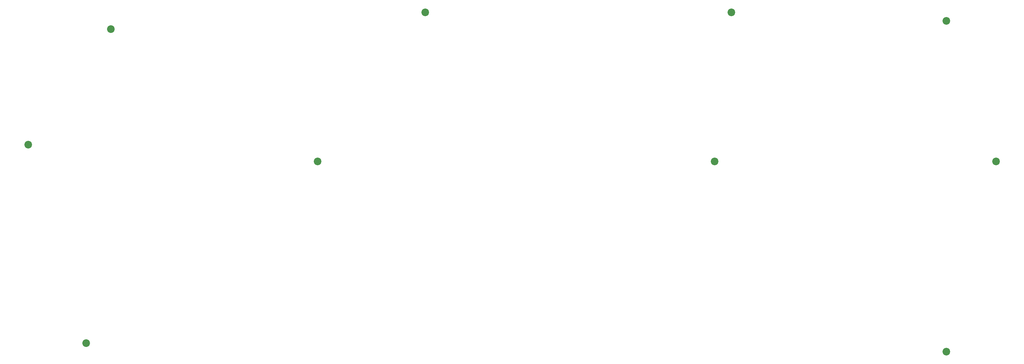
<source format=gbs>
G04 #@! TF.GenerationSoftware,KiCad,Pcbnew,(6.0.5-0)*
G04 #@! TF.CreationDate,2022-07-25T23:23:16+09:00*
G04 #@! TF.ProjectId,top-plate,746f702d-706c-4617-9465-2e6b69636164,rev?*
G04 #@! TF.SameCoordinates,Original*
G04 #@! TF.FileFunction,Soldermask,Bot*
G04 #@! TF.FilePolarity,Negative*
%FSLAX46Y46*%
G04 Gerber Fmt 4.6, Leading zero omitted, Abs format (unit mm)*
G04 Created by KiCad (PCBNEW (6.0.5-0)) date 2022-07-25 23:23:16*
%MOMM*%
%LPD*%
G01*
G04 APERTURE LIST*
%ADD10C,2.200000*%
G04 APERTURE END LIST*
D10*
X104775000Y-73818750D03*
X223837500Y-30956250D03*
X300037500Y-73818750D03*
X21431250Y-69056250D03*
X285750000Y-33337500D03*
X285750000Y-128587500D03*
X219075000Y-73818750D03*
X38100000Y-126206250D03*
X45243750Y-35718750D03*
X135731250Y-30956250D03*
M02*

</source>
